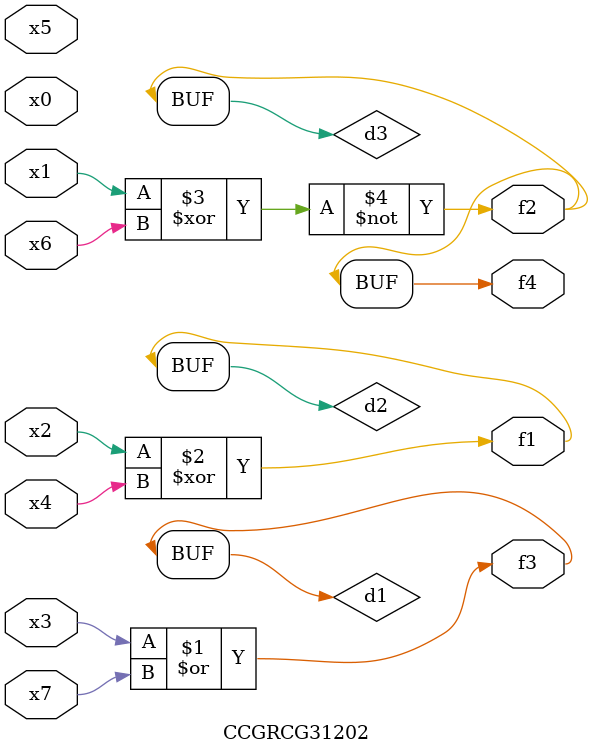
<source format=v>
module CCGRCG31202(
	input x0, x1, x2, x3, x4, x5, x6, x7,
	output f1, f2, f3, f4
);

	wire d1, d2, d3;

	or (d1, x3, x7);
	xor (d2, x2, x4);
	xnor (d3, x1, x6);
	assign f1 = d2;
	assign f2 = d3;
	assign f3 = d1;
	assign f4 = d3;
endmodule

</source>
